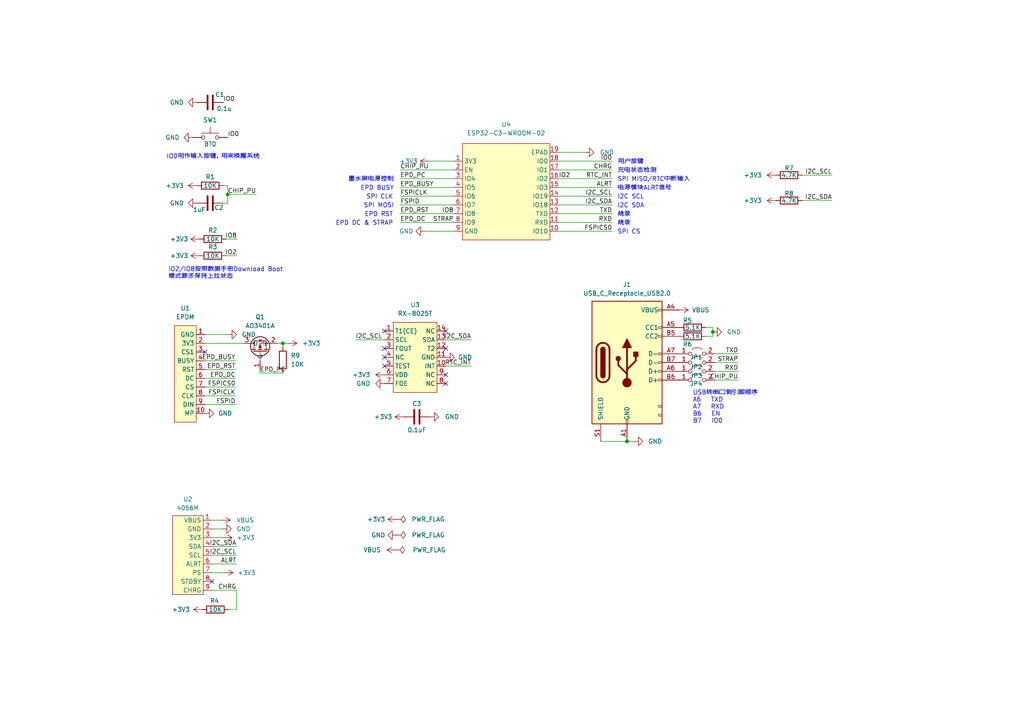
<source format=kicad_sch>
(kicad_sch (version 20211123) (generator eeschema)
  (paper "A4")
  (lib_symbols
    (symbol "Connector:USB_C_Receptacle_USB2.0" (pin_names (offset 1.016))
      (property "Reference" "J1" (at 0 22.606 0))
      (property "Value" "USB_C_Receptacle_USB2.0" (at 0 20.066 0))
      (symbol "USB_C_Receptacle_USB2.0_0_0"
        (rectangle (start -0.254 -17.78) (end 0.254 -16.764))
        (rectangle (start 10.16 -14.986) (end 9.144 -15.494))
        (rectangle (start 10.16 -12.446) (end 9.144 -12.954))
        (rectangle (start 10.16 -4.826) (end 9.144 -5.334))
        (rectangle (start 10.16 -2.286) (end 9.144 -2.794))
        (rectangle (start 10.16 0.254) (end 9.144 -0.254))
        (rectangle (start 10.16 2.794) (end 9.144 2.286))
        (rectangle (start 10.16 7.874) (end 9.144 7.366))
        (rectangle (start 10.16 10.414) (end 9.144 9.906))
        (rectangle (start 10.16 15.494) (end 9.144 14.986))
      )
      (symbol "USB_C_Receptacle_USB2.0_0_1"
        (rectangle (start -10.16 17.78) (end 10.16 -17.78) (stroke (width 0.254)) (fill (type background)))
        (arc (start -8.89 -3.81) (mid -6.985 -5.715) (end -5.08 -3.81) (stroke (width 0.508)))
        (arc (start -7.62 -3.81) (mid -6.985 -4.445) (end -6.35 -3.81) (stroke (width 0.254)))
        (arc (start -7.62 -3.81) (mid -6.985 -4.445) (end -6.35 -3.81) (stroke (width 0.254)) (fill (type outline)))
        (rectangle (start -7.62 -3.81) (end -6.35 3.81) (stroke (width 0.254)) (fill (type outline)))
        (arc (start -6.35 3.81) (mid -6.985 4.445) (end -7.62 3.81) (stroke (width 0.254)))
        (arc (start -6.35 3.81) (mid -6.985 4.445) (end -7.62 3.81) (stroke (width 0.254)) (fill (type outline)))
        (arc (start -5.08 3.81) (mid -6.985 5.715) (end -8.89 3.81) (stroke (width 0.508)))
        (circle (center -2.54 1.143) (radius 0.635) (stroke (width 0.254)) (fill (type outline)))
        (circle (center 0 -5.842) (radius 1.27) (fill (type outline)))
        (polyline (pts (xy -8.89 -3.81) (xy -8.89 3.81)) (stroke (width 0.508)))
        (polyline (pts (xy -5.08 3.81) (xy -5.08 -3.81)) (stroke (width 0.508)))
        (polyline (pts (xy 0 -5.842) (xy 0 4.318)) (stroke (width 0.508)))
        (polyline (pts (xy 0 -3.302) (xy -2.54 -0.762) (xy -2.54 0.508)) (stroke (width 0.508)))
        (polyline (pts (xy 0 -2.032) (xy 2.54 0.508) (xy 2.54 1.778)) (stroke (width 0.508)))
        (polyline (pts (xy -1.27 4.318) (xy 0 6.858) (xy 1.27 4.318) (xy -1.27 4.318)) (stroke (width 0.254)) (fill (type outline)))
        (rectangle (start 1.905 1.778) (end 3.175 3.048) (stroke (width 0.254)) (fill (type outline)))
      )
      (symbol "USB_C_Receptacle_USB2.0_1_1"
        (pin passive line (at 0 -22.86 90) (length 5.08) (name "GND") (number "A1"))
        (pin passive line (at 0 -22.86 90) (length 5.08) hide (name "GND") (number "A12"))
        (pin passive line (at 15.24 15.24 180) (length 5.08) (name "VBUS") (number "A4"))
        (pin bidirectional line (at 15.24 10.16 180) (length 5.08) (name "CC1") (number "A5"))
        (pin bidirectional line (at 15.24 -2.54 180) (length 5.08) (name "D+") (number "A6"))
        (pin bidirectional line (at 15.24 2.54 180) (length 5.08) (name "D-") (number "A7"))
        (pin passive line (at 15.24 15.24 180) (length 5.08) hide (name "VBUS") (number "A9"))
        (pin passive line (at 0 -22.86 90) (length 5.08) hide (name "GND") (number "B1"))
        (pin passive line (at 0 -22.86 90) (length 5.08) hide (name "GND") (number "B12"))
        (pin passive line (at 15.24 15.24 180) (length 5.08) hide (name "VBUS") (number "B4"))
        (pin bidirectional line (at 15.24 7.62 180) (length 5.08) (name "CC2") (number "B5"))
        (pin bidirectional line (at 15.24 -5.08 180) (length 5.08) (name "D+") (number "B6"))
        (pin bidirectional line (at 15.24 0 180) (length 5.08) (name "D-") (number "B7"))
        (pin passive line (at 15.24 15.24 180) (length 5.08) hide (name "VBUS") (number "B9"))
        (pin passive line (at -7.62 -22.86 90) (length 5.08) (name "SHIELD") (number "S1"))
      )
    )
    (symbol "Device:C" (pin_numbers hide) (pin_names (offset 0.254))
      (property "Reference" "C" (at 0.635 2.54 0))
      (property "Value" "C" (at 0.635 -2.54 0))
      (symbol "C_0_1"
        (polyline (pts (xy -2.032 -0.762) (xy 2.032 -0.762)) (stroke (width 0.508)))
        (polyline (pts (xy -2.032 0.762) (xy 2.032 0.762)) (stroke (width 0.508)))
      )
      (symbol "C_1_1"
        (pin passive line (at 0 3.81 270) (length 2.794) (name "~") (number "1"))
        (pin passive line (at 0 -3.81 90) (length 2.794) (name "~") (number "2"))
      )
    )
    (symbol "Device:R" (pin_numbers hide) (pin_names (offset 0))
      (property "Reference" "R" (at 2.032 0 90))
      (property "Value" "R" (at 0 0 90))
      (symbol "R_0_1"
        (rectangle (start -1.016 -2.54) (end 1.016 2.54) (stroke (width 0.254)))
      )
      (symbol "R_1_1"
        (pin passive line (at 0 3.81 270) (length 1.27) (name "~") (number "1"))
        (pin passive line (at 0 -3.81 90) (length 1.27) (name "~") (number "2"))
      )
    )
    (symbol "JAC:4056M"
      (property "Reference" "U" (at 2.54 -10.16 0))
      (property "Value" "4056M" (at 5.08 15.24 0))
      (property "Footprint" "JAC:4056M" (at 10.16 -10.16 0))
      (symbol "4056M_0_1"
        (rectangle (start 1.27 13.97) (end 10.16 -8.89) (fill (type background)))
      )
      (symbol "4056M_1_1"
        (pin free line (at -1.27 -7.62 0) (length 2.54) (name "VBUS") (number "1"))
        (pin free line (at -1.27 -5.08 0) (length 2.54) (name "GND") (number "2"))
        (pin free line (at -1.27 -2.54 0) (length 2.54) (name "3V3") (number "3"))
        (pin free line (at -1.27 0 0) (length 2.54) (name "SDA") (number "4"))
        (pin free line (at -1.27 2.54 0) (length 2.54) (name "SCL") (number "5"))
        (pin free line (at -1.27 5.08 0) (length 2.54) (name "ALRT") (number "6"))
        (pin free line (at -1.27 7.62 0) (length 2.54) (name "PS") (number "7"))
        (pin free line (at -1.27 10.16 0) (length 2.54) (name "STDBY") (number "8"))
        (pin free line (at -1.27 12.7 0) (length 2.54) (name "CHRG") (number "9"))
      )
    )
    (symbol "JAC:EPDM"
      (property "Reference" "U" (at 3.81 -15.24 0))
      (property "Value" "EPDM" (at 5.08 15.24 0))
      (symbol "EPDM_0_1"
        (rectangle (start 2.54 13.97) (end 8.89 -13.97) (fill (type background)))
      )
      (symbol "EPDM_1_1"
        (pin free line (at 0 -11.43 0) (length 2.54) (name "GND") (number "1"))
        (pin free line (at 0 11.43 0) (length 2.54) (name "MP") (number "10"))
        (pin free line (at 0 -8.89 0) (length 2.54) (name "3V3") (number "2"))
        (pin free line (at 0 -6.35 0) (length 2.54) (name "CS1") (number "3"))
        (pin free line (at 0 -3.81 0) (length 2.54) (name "BUSY") (number "4"))
        (pin free line (at 0 -1.27 0) (length 2.54) (name "RST") (number "5"))
        (pin free line (at 0 1.27 0) (length 2.54) (name "DC") (number "6"))
        (pin free line (at 0 3.81 0) (length 2.54) (name "CS") (number "7"))
        (pin free line (at 0 6.35 0) (length 2.54) (name "CLK") (number "8"))
        (pin free line (at 0 8.89 0) (length 2.54) (name "DIN") (number "9"))
      )
    )
    (symbol "JAC:ESP32-C3-WROOM-02"
      (property "Reference" "U" (at -11.43 -29.21 0))
      (property "Value" "ESP32-C3-WROOM-02" (at 0 1.27 0))
      (symbol "ESP32-C3-WROOM-02_0_1"
        (rectangle (start -12.7 0) (end 12.7 -27.94) (fill (type background)))
      )
      (symbol "ESP32-C3-WROOM-02_1_1"
        (pin free line (at -15.24 -5.08 0) (length 2.54) (name "3V3") (number "1"))
        (pin free line (at 15.24 -25.4 180) (length 2.54) (name "IO10") (number "10"))
        (pin free line (at 15.24 -22.86 180) (length 2.54) (name "RXD") (number "11"))
        (pin free line (at 15.24 -20.32 180) (length 2.54) (name "TXD") (number "12"))
        (pin free line (at 15.24 -17.78 180) (length 2.54) (name "IO18") (number "13"))
        (pin free line (at 15.24 -15.24 180) (length 2.54) (name "IO19") (number "14"))
        (pin free line (at 15.24 -12.7 180) (length 2.54) (name "IO3") (number "15"))
        (pin free line (at 15.24 -10.16 180) (length 2.54) (name "IO2") (number "16"))
        (pin free line (at 15.24 -7.62 180) (length 2.54) (name "IO1") (number "17"))
        (pin free line (at 15.24 -5.08 180) (length 2.54) (name "IO0") (number "18"))
        (pin free line (at 15.24 -2.54 180) (length 2.54) (name "EPAD") (number "19"))
        (pin free line (at -15.24 -7.62 0) (length 2.54) (name "EN") (number "2"))
        (pin free line (at -15.24 -10.16 0) (length 2.54) (name "IO4") (number "3"))
        (pin free line (at -15.24 -12.7 0) (length 2.54) (name "IO5") (number "4"))
        (pin free line (at -15.24 -15.24 0) (length 2.54) (name "IO6") (number "5"))
        (pin free line (at -15.24 -17.78 0) (length 2.54) (name "IO7") (number "6"))
        (pin free line (at -15.24 -20.32 0) (length 2.54) (name "IO8") (number "7"))
        (pin free line (at -15.24 -22.86 0) (length 2.54) (name "IO9") (number "8"))
        (pin free line (at -15.24 -25.4 0) (length 2.54) (name "GND") (number "9"))
      )
    )
    (symbol "JAC:RX-8025T"
      (property "Reference" "U" (at -5.08 -11.43 0))
      (property "Value" "RX-8025T" (at -1.27 11.43 0))
      (symbol "RX-8025T_0_1"
        (rectangle (start -6.35 10.16) (end 6.35 -10.16) (fill (type background)))
      )
      (symbol "RX-8025T_1_1"
        (pin free line (at -8.89 7.62 0) (length 2.54) (name "T1(CE)") (number "1"))
        (pin free line (at 8.89 -2.54 180) (length 2.54) (name "INT") (number "10"))
        (pin free line (at 8.89 0 180) (length 2.54) (name "GND") (number "11"))
        (pin free line (at 8.89 2.54 180) (length 2.54) (name "T2") (number "12"))
        (pin free line (at 8.89 5.08 180) (length 2.54) (name "SDA") (number "13"))
        (pin free line (at 8.89 7.62 180) (length 2.54) (name "NC") (number "14"))
        (pin free line (at -8.89 5.08 0) (length 2.54) (name "SCL") (number "2"))
        (pin free line (at -8.89 2.54 0) (length 2.54) (name "FOUT") (number "3"))
        (pin free line (at -8.89 0 0) (length 2.54) (name "NC") (number "4"))
        (pin free line (at -8.89 -2.54 0) (length 2.54) (name "TEST") (number "5"))
        (pin free line (at -8.89 -5.08 0) (length 2.54) (name "VDD") (number "6"))
        (pin free line (at -8.89 -7.62 0) (length 2.54) (name "FOE") (number "7"))
        (pin free line (at 8.89 -7.62 180) (length 2.54) (name "NC") (number "8"))
        (pin free line (at 8.89 -5.08 180) (length 2.54) (name "NC") (number "9"))
      )
    )
    (symbol "Jumper:Jumper_2_Open" (pin_names (offset 0) hide)
      (property "Reference" "JP" (at 0 2.794 0))
      (property "Value" "Jumper_2_Open" (at 0 -2.286 0))
      (symbol "Jumper_2_Open_0_0"
        (circle (center -2.032 0) (radius 0.508))
        (circle (center 2.032 0) (radius 0.508))
      )
      (symbol "Jumper_2_Open_0_1"
        (arc (start 1.524 1.27) (mid 0 1.778) (end -1.524 1.27))
      )
      (symbol "Jumper_2_Open_1_1"
        (pin passive line (at -5.08 0 0) (length 2.54) (name "A") (number "1"))
        (pin passive line (at 5.08 0 180) (length 2.54) (name "B") (number "2"))
      )
    )
    (symbol "Switch:SW_Push" (pin_numbers hide) (pin_names (offset 1.016) hide)
      (property "Reference" "SW" (at 1.27 2.54 0))
      (property "Value" "SW_Push" (at 0 -1.524 0))
      (symbol "SW_Push_0_1"
        (circle (center -2.032 0) (radius 0.508))
        (polyline (pts (xy 0 1.27) (xy 0 3.048)))
        (polyline (pts (xy 2.54 1.27) (xy -2.54 1.27)))
        (circle (center 2.032 0) (radius 0.508))
        (pin passive line (at -5.08 0 0) (length 2.54) (name "1") (number "1"))
        (pin passive line (at 5.08 0 180) (length 2.54) (name "2") (number "2"))
      )
    )
    (symbol "Transistor_FET:AO3401A"
      (property "Reference" "Q" (at 5.08 1.905 0))
      (property "Value" "AO3401A" (at 5.08 0 0))
      (symbol "AO3401A_0_1"
        (polyline (pts (xy 0.254 0) (xy -2.54 0)))
        (polyline (pts (xy 0.254 1.905) (xy 0.254 -1.905)) (stroke (width 0.254)))
        (polyline (pts (xy 0.762 -1.27) (xy 0.762 -2.286)) (stroke (width 0.254)))
        (polyline (pts (xy 0.762 0.508) (xy 0.762 -0.508)) (stroke (width 0.254)))
        (polyline (pts (xy 0.762 2.286) (xy 0.762 1.27)) (stroke (width 0.254)))
        (polyline (pts (xy 2.54 2.54) (xy 2.54 1.778)))
        (polyline (pts (xy 2.54 -2.54) (xy 2.54 0) (xy 0.762 0)))
        (polyline (pts (xy 0.762 1.778) (xy 3.302 1.778) (xy 3.302 -1.778) (xy 0.762 -1.778)))
        (polyline (pts (xy 2.286 0) (xy 1.27 0.381) (xy 1.27 -0.381) (xy 2.286 0)) (fill (type outline)))
        (polyline (pts (xy 2.794 -0.508) (xy 2.921 -0.381) (xy 3.683 -0.381) (xy 3.81 -0.254)))
        (polyline (pts (xy 3.302 -0.381) (xy 2.921 0.254) (xy 3.683 0.254) (xy 3.302 -0.381)))
        (circle (center 1.651 0) (radius 2.794) (stroke (width 0.254)))
        (circle (center 2.54 -1.778) (radius 0.254) (fill (type outline)))
        (circle (center 2.54 1.778) (radius 0.254) (fill (type outline)))
      )
      (symbol "AO3401A_1_1"
        (pin input line (at -5.08 0 0) (length 2.54) (name "G") (number "1"))
        (pin passive line (at 2.54 -5.08 90) (length 2.54) (name "S") (number "2"))
        (pin passive line (at 2.54 5.08 270) (length 2.54) (name "D") (number "3"))
      )
    )
    (symbol "power:+3V3" (power) (pin_names (offset 0))
      (property "Value" "+3V3" (at 0 3.556 0))
      (symbol "+3V3_0_1"
        (polyline (pts (xy -0.762 1.27) (xy 0 2.54)))
        (polyline (pts (xy 0 0) (xy 0 2.54)))
        (polyline (pts (xy 0 2.54) (xy 0.762 1.27)))
      )
      (symbol "+3V3_1_1"
        (pin power_in line (at 0 0 90) (length 0) hide (name "+3V3") (number "1"))
      )
    )
    (symbol "power:GND" (power) (pin_names (offset 0))
      (property "Value" "GND" (at 0 -3.81 0))
      (symbol "GND_0_1"
        (polyline (pts (xy 0 0) (xy 0 -1.27) (xy 1.27 -1.27) (xy 0 -2.54) (xy -1.27 -1.27) (xy 0 -1.27)))
      )
      (symbol "GND_1_1"
        (pin power_in line (at 0 0 270) (length 0) hide (name "GND") (number "1"))
      )
    )
    (symbol "power:PWR_FLAG" (power) (pin_numbers hide) (pin_names (offset 0) hide)
      (property "Value" "PWR_FLAG" (at 0 3.81 0))
      (symbol "PWR_FLAG_0_0"
        (pin power_out line (at 0 0 90) (length 0) (name "pwr") (number "1"))
      )
      (symbol "PWR_FLAG_0_1"
        (polyline (pts (xy 0 0) (xy 0 1.27) (xy -1.016 1.905) (xy 0 2.54) (xy 1.016 1.905) (xy 0 1.27)))
      )
    )
    (symbol "power:VBUS" (power) (pin_names (offset 0))
      (property "Value" "VBUS" (at 0 3.81 0))
      (symbol "VBUS_0_1"
        (polyline (pts (xy -0.762 1.27) (xy 0 2.54)))
        (polyline (pts (xy 0 0) (xy 0 2.54)))
        (polyline (pts (xy 0 2.54) (xy 0.762 1.27)))
      )
      (symbol "VBUS_1_1"
        (pin power_in line (at 0 0 90) (length 0) hide (name "VBUS") (number "1"))
      )
    )
  )
  (junction (at 181.864 128.016))
  (junction (at 206.756 96.266))
  (junction (at 66.04 56.388))
  (junction (at 82.042 99.568))
  (no_connect (at 61.468 168.656))
  (no_connect (at 111.506 96.012))
  (no_connect (at 129.286 101.092))
  (no_connect (at 111.506 103.632))
  (no_connect (at 111.506 101.092))
  (no_connect (at 129.286 108.712))
  (no_connect (at 111.506 106.172))
  (no_connect (at 129.286 111.252))
  (no_connect (at 59.436 102.108))
  (no_connect (at 129.286 96.012))
  (wire (pts (xy 204.724 94.996) (xy 206.756 94.996)))
  (wire (pts (xy 241.3 50.8) (xy 232.664 50.8)))
  (wire (pts (xy 207.264 105.156) (xy 214.122 105.156)))
  (wire (pts (xy 65.532 69.342) (xy 68.707 69.342)))
  (wire (pts (xy 66.04 56.388) (xy 74.295 56.388)))
  (wire (pts (xy 162.052 64.516) (xy 177.546 64.516)))
  (wire (pts (xy 82.042 99.568) (xy 80.518 99.568)))
  (wire (pts (xy 59.436 117.348) (xy 68.326 117.348)))
  (wire (pts (xy 61.468 150.876) (xy 64.262 150.876)))
  (wire (pts (xy 116.078 54.356) (xy 131.572 54.356)))
  (wire (pts (xy 82.042 108.204) (xy 75.438 108.204)))
  (wire (pts (xy 207.264 107.696) (xy 214.122 107.696)))
  (wire (pts (xy 59.436 97.028) (xy 66.04 97.028)))
  (wire (pts (xy 59.436 107.188) (xy 68.326 107.188)))
  (wire (pts (xy 162.052 49.276) (xy 177.546 49.276)))
  (wire (pts (xy 61.468 166.116) (xy 65.024 166.116)))
  (wire (pts (xy 207.264 102.616) (xy 214.122 102.616)))
  (wire (pts (xy 162.052 61.976) (xy 177.546 61.976)))
  (wire (pts (xy 66.04 58.928) (xy 64.77 58.928)))
  (wire (pts (xy 207.264 110.236) (xy 214.122 110.236)))
  (wire (pts (xy 123.19 67.056) (xy 131.572 67.056)))
  (wire (pts (xy 162.052 54.356) (xy 177.546 54.356)))
  (wire (pts (xy 181.864 128.016) (xy 183.896 128.016)))
  (wire (pts (xy 66.294 176.784) (xy 68.58 176.784)))
  (wire (pts (xy 66.04 53.848) (xy 66.04 56.388)))
  (wire (pts (xy 61.468 153.416) (xy 64.516 153.416)))
  (wire (pts (xy 124.46 46.736) (xy 131.572 46.736)))
  (wire (pts (xy 65.532 74.168) (xy 68.707 74.168)))
  (wire (pts (xy 59.436 112.268) (xy 68.326 112.268)))
  (wire (pts (xy 174.244 128.016) (xy 181.864 128.016)))
  (wire (pts (xy 83.566 99.568) (xy 82.042 99.568)))
  (wire (pts (xy 75.438 108.204) (xy 75.438 107.188)))
  (wire (pts (xy 204.724 97.536) (xy 206.756 97.536)))
  (wire (pts (xy 68.58 176.784) (xy 68.58 171.196)))
  (wire (pts (xy 59.436 109.728) (xy 68.326 109.728)))
  (wire (pts (xy 206.756 97.536) (xy 206.756 96.266)))
  (wire (pts (xy 169.672 44.196) (xy 162.052 44.196)))
  (wire (pts (xy 162.052 51.816) (xy 177.546 51.816)))
  (wire (pts (xy 131.572 51.816) (xy 116.078 51.816)))
  (wire (pts (xy 116.078 61.976) (xy 131.572 61.976)))
  (wire (pts (xy 59.436 99.568) (xy 70.358 99.568)))
  (wire (pts (xy 66.04 56.388) (xy 66.04 58.928)))
  (wire (pts (xy 206.756 94.996) (xy 206.756 96.266)))
  (wire (pts (xy 116.078 56.896) (xy 131.572 56.896)))
  (wire (pts (xy 61.468 163.576) (xy 68.58 163.576)))
  (wire (pts (xy 61.468 158.496) (xy 68.58 158.496)))
  (wire (pts (xy 116.078 59.436) (xy 131.572 59.436)))
  (wire (pts (xy 162.052 56.896) (xy 177.546 56.896)))
  (wire (pts (xy 177.546 67.056) (xy 162.052 67.056)))
  (wire (pts (xy 131.572 64.516) (xy 116.078 64.516)))
  (wire (pts (xy 61.468 171.196) (xy 68.58 171.196)))
  (wire (pts (xy 232.664 58.166) (xy 241.3 58.166)))
  (wire (pts (xy 59.436 114.808) (xy 68.326 114.808)))
  (wire (pts (xy 61.468 161.036) (xy 68.58 161.036)))
  (wire (pts (xy 59.436 104.648) (xy 68.326 104.648)))
  (wire (pts (xy 129.286 106.172) (xy 136.652 106.172)))
  (wire (pts (xy 116.078 49.276) (xy 131.572 49.276)))
  (wire (pts (xy 129.286 98.552) (xy 136.652 98.552)))
  (wire (pts (xy 162.052 46.736) (xy 177.546 46.736)))
  (wire (pts (xy 61.468 155.956) (xy 64.77 155.956)))
  (wire (pts (xy 103.124 98.552) (xy 111.506 98.552)))
  (wire (pts (xy 162.052 59.436) (xy 177.546 59.436)))
  (wire (pts (xy 64.77 53.848) (xy 66.04 53.848)))
  (wire (pts (xy 82.042 99.568) (xy 82.042 100.584)))
  (text "墨水屏电源控制" (at 114.3 52.832 180) (effects (font (size 1.27 1.27)) (justify right bottom)))
  (text "IO2/IO8按照数据手册Download Boot\n模式要求保持上拉状态" (at 48.768 81.026 0) (effects (font (size 1.27 1.27)) (justify left bottom)))
  (text "SPI CLK" (at 114.046 57.912 180) (effects (font (size 1.27 1.27)) (justify right bottom)))
  (text "SPI MISO/RTC中断输入" (at 179.07 52.832 0) (effects (font (size 1.27 1.27)) (justify left bottom)))
  (text "EPD BUSY" (at 114.3 55.372 180) (effects (font (size 1.27 1.27)) (justify right bottom)))
  (text "SPI CS" (at 179.07 68.072 0) (effects (font (size 1.27 1.27)) (justify left bottom)))
  (text "USB转串口侧引脚顺序\nA6   TXD\nA7   RXD\nB6   EN\nB7   IO0" (at 200.914 122.936 0) (effects (font (size 1.27 1.27)) (justify left bottom)))
  (text "电源模块ALRT信号" (at 179.07 55.372 0) (effects (font (size 1.27 1.27)) (justify left bottom)))
  (text "烧录" (at 179.07 65.532 0) (effects (font (size 1.27 1.27)) (justify left bottom)))
  (text "EPD RST" (at 114.046 62.992 180) (effects (font (size 1.27 1.27)) (justify right bottom)))
  (text "EPD DC & STRAP" (at 114.046 65.532 180) (effects (font (size 1.27 1.27)) (justify right bottom)))
  (text "充电状态检测" (at 179.07 50.292 0) (effects (font (size 1.27 1.27)) (justify left bottom)))
  (text "IO0用作输入按键，用来唤醒系统" (at 48.26 46.228 0) (effects (font (size 1.27 1.27)) (justify left bottom)))
  (text "I2C SCL" (at 179.07 57.912 0) (effects (font (size 1.27 1.27)) (justify left bottom)))
  (text "SPI MOSI" (at 114.3 60.452 180) (effects (font (size 1.27 1.27)) (justify right bottom)))
  (text "I2C SDA" (at 179.07 60.452 0) (effects (font (size 1.27 1.27)) (justify left bottom)))
  (text "用户按键" (at 179.07 47.752 0) (effects (font (size 1.27 1.27)) (justify left bottom)))
  (text "烧录" (at 179.07 62.992 0) (effects (font (size 1.27 1.27)) (justify left bottom)))
  (label "FSPICLK" (at 116.078 56.896 0))
  (label "IO2" (at 162.052 51.816 0))
  (label "CHIP_PU" (at 116.078 49.276 0))
  (label "EPD_BUSY" (at 116.078 54.356 0))
  (label "STRAP" (at 131.572 64.516 180))
  (label "FSPID" (at 68.326 117.348 180))
  (label "EPD_PC" (at 75.438 108.204 0))
  (label "FSPICLK" (at 68.326 114.808 180))
  (label "I2C_SDA" (at 241.3 58.166 180))
  (label "IO0" (at 177.546 46.736 180))
  (label "EPD_DC" (at 116.078 64.516 0))
  (label "I2C_SCL" (at 241.3 50.8 180))
  (label "FSPID" (at 116.078 59.436 0))
  (label "FSPICS0" (at 177.546 67.056 180))
  (label "IO8" (at 131.572 61.976 180))
  (label "IO8" (at 68.707 69.342 180))
  (label "I2C_SCL" (at 68.58 161.036 180))
  (label "I2C_SCL" (at 177.546 56.896 180))
  (label "EPD_RST" (at 116.078 61.976 0))
  (label "IO2" (at 68.707 74.168 180))
  (label "ALRT" (at 68.58 163.576 180))
  (label "STRAP" (at 214.122 105.156 180))
  (label "EPD_DC" (at 68.326 109.728 180))
  (label "RTC_INT" (at 136.652 106.172 180))
  (label "I2C_SDA" (at 68.58 158.496 180))
  (label "I2C_SDA" (at 136.652 98.552 180))
  (label "EPD_PC" (at 116.078 51.816 0))
  (label "IO0" (at 64.77 29.718 0))
  (label "I2C_SCL" (at 103.124 98.552 0))
  (label "RXD" (at 214.122 107.696 180))
  (label "CHRG" (at 68.58 171.196 180))
  (label "ALRT" (at 177.546 54.356 180))
  (label "EPD_BUSY" (at 68.326 104.648 180))
  (label "CHRG" (at 177.546 49.276 180))
  (label "FSPICS0" (at 68.326 112.268 180))
  (label "EPD_RST" (at 68.326 107.188 180))
  (label "TXD" (at 214.122 102.616 180))
  (label "TXD" (at 177.546 61.976 180))
  (label "CHIP_PU" (at 214.122 110.236 180))
  (label "CHIP_PU" (at 74.295 56.388 180))
  (label "I2C_SDA" (at 177.546 59.436 180))
  (label "IO0" (at 66.04 39.878 0))
  (label "RXD" (at 177.546 64.516 180))
  (label "RTC_INT" (at 177.546 51.816 180))
  (symbol (lib_id "power:+3V3") (at 65.024 166.116 270) (unit 1)
    (property "Reference" "#PWR014" (effects hide))
    (property "Value" "+3V3" (at 68.834 166.1159 90) (effects (justify left)))
  )
  (symbol (lib_id "Device:R") (at 62.484 176.784 90) (unit 1)
    (property "Reference" "R4" (at 62.23 174.244 90))
    (property "Value" "10K" (at 62.484 176.784 90))
    (property "Footprint" "Resistor_SMD:R_0603_1608Metric" (effects hide))
  )
  (symbol (lib_id "Device:R") (at 60.96 53.848 90) (unit 1)
    (property "Reference" "R1" (at 60.96 51.308 90))
    (property "Value" "10K" (at 60.96 53.848 90))
    (property "Footprint" "Resistor_SMD:R_0603_1608Metric" (effects hide))
  )
  (symbol (lib_id "power:GND") (at 206.756 96.266 90) (unit 1)
    (property "Reference" "#PWR028" (effects hide))
    (property "Value" "GND" (at 210.82 96.2659 90) (effects (justify right)))
  )
  (symbol (lib_id "power:+3V3") (at 111.506 108.712 90) (unit 1)
    (property "Reference" "#PWR015" (effects hide))
    (property "Value" "+3V3" (at 107.442 108.7119 90) (effects (justify left)))
  )
  (symbol (lib_id "Device:R") (at 61.722 69.342 90) (unit 1)
    (property "Reference" "R2" (at 61.722 66.802 90))
    (property "Value" "10K" (at 61.722 69.342 90))
    (property "Footprint" "Resistor_SMD:R_0603_1608Metric" (effects hide))
  )
  (symbol (lib_id "power:GND") (at 64.516 153.416 90) (unit 1)
    (property "Reference" "#PWR012" (effects hide))
    (property "Value" "GND" (at 68.58 153.4159 90) (effects (justify right)))
  )
  (symbol (lib_id "Device:R") (at 61.722 74.168 270) (unit 1)
    (property "Reference" "R3" (at 61.722 71.628 90))
    (property "Value" "10K" (at 61.722 74.168 90))
    (property "Footprint" "Resistor_SMD:R_0603_1608Metric" (effects hide))
  )
  (symbol (lib_id "Device:R") (at 82.042 104.394 0) (unit 1)
    (property "Reference" "R9" (at 84.328 103.1239 0) (effects (justify left)))
    (property "Value" "10K" (at 84.328 105.6639 0) (effects (justify left)))
    (property "Footprint" "Resistor_SMD:R_0603_1608Metric" (effects hide))
  )
  (symbol (lib_id "Jumper:Jumper_2_Open") (at 202.184 107.696 0) (unit 1)
    (property "Reference" "JP3" (at 201.93 108.966 0))
    (property "Value" "Jumper_2_Open" (effects hide))
    (property "Footprint" "Resistor_SMD:R_0402_1005Metric" (effects hide))
  )
  (symbol (lib_id "power:GND") (at 183.896 128.016 90) (unit 1)
    (property "Reference" "#PWR026" (effects hide))
    (property "Value" "GND" (at 187.96 128.0159 90) (effects (justify right)))
  )
  (symbol (lib_id "power:+3V3") (at 225.044 50.8 90) (unit 1)
    (property "Reference" "#PWR029" (effects hide))
    (property "Value" "+3V3" (at 220.98 50.7999 90) (effects (justify left)))
  )
  (symbol (lib_id "Jumper:Jumper_2_Open") (at 202.184 105.156 0) (unit 1)
    (property "Reference" "JP2" (at 201.93 106.426 0))
    (property "Value" "Jumper_2_Open" (effects hide))
    (property "Footprint" "Resistor_SMD:R_0402_1005Metric" (effects hide))
  )
  (symbol (lib_id "Device:R") (at 228.854 50.8 90) (unit 1)
    (property "Reference" "R7" (at 228.854 48.768 90))
    (property "Value" "4.7K" (at 228.854 50.8 90))
    (property "Footprint" "Resistor_SMD:R_0603_1608Metric" (effects hide))
  )
  (symbol (lib_id "Device:C") (at 60.96 29.718 90) (unit 1)
    (property "Reference" "C1" (at 63.754 27.432 90))
    (property "Value" "0.1u" (at 65.024 31.496 90))
    (property "Footprint" "Capacitor_SMD:C_0603_1608Metric" (effects hide))
  )
  (symbol (lib_id "power:+3V3") (at 83.566 99.568 270) (unit 1)
    (property "Reference" "#PWR09" (effects hide))
    (property "Value" "+3V3" (at 87.63 99.5679 90) (effects (justify left)))
  )
  (symbol (lib_id "power:GND") (at 111.506 111.252 270) (unit 1)
    (property "Reference" "#PWR016" (effects hide))
    (property "Value" "GND" (at 107.442 111.2519 90) (effects (justify right)))
  )
  (symbol (lib_id "power:+3V3") (at 57.15 53.848 90) (unit 1)
    (property "Reference" "#PWR03" (effects hide))
    (property "Value" "+3V3" (at 53.34 53.8479 90) (effects (justify left)))
  )
  (symbol (lib_id "power:GND") (at 129.286 103.632 90) (unit 1)
    (property "Reference" "#PWR024" (effects hide))
    (property "Value" "GND" (at 132.842 103.6319 90) (effects (justify right)))
  )
  (symbol (lib_id "power:VBUS") (at 64.262 150.876 270) (unit 1)
    (property "Reference" "#PWR011" (effects hide))
    (property "Value" "VBUS" (at 68.58 150.8759 90) (effects (justify left)))
  )
  (symbol (lib_id "power:GND") (at 123.19 67.056 270) (unit 1)
    (property "Reference" "#PWR021" (effects hide))
    (property "Value" "GND" (at 119.888 67.0559 90) (effects (justify right)))
  )
  (symbol (lib_id "power:+3V3") (at 124.46 46.736 90) (unit 1)
    (property "Reference" "#PWR022" (effects hide))
    (property "Value" "+3V3" (at 121.158 46.7359 90) (effects (justify left)))
  )
  (symbol (lib_id "power:GND") (at 57.15 29.718 270) (unit 1)
    (property "Reference" "#PWR02" (effects hide))
    (property "Value" "GND" (at 53.34 29.7179 90) (effects (justify right)))
  )
  (symbol (lib_id "Connector:USB_C_Receptacle_USB2.0") (at 181.864 105.156 0) (unit 1)
    (property "Reference" "J1" (at 181.864 82.55 0))
    (property "Value" "USB_C_Receptacle_USB2.0" (at 181.864 85.09 0))
    (property "Footprint" "Joke:TYPE-C-VERT" (effects hide))
    (property "Datasheet" "https://www.usb.org/sites/default/files/documents/usb_type-c.zip" (effects hide))
  )
  (symbol (lib_id "Jumper:Jumper_2_Open") (at 202.184 102.616 0) (unit 1)
    (property "Reference" "JP1" (at 201.93 103.632 0))
    (property "Value" "Jumper_2_Open" (effects hide))
    (property "Footprint" "Resistor_SMD:R_0402_1005Metric" (effects hide))
  )
  (symbol (lib_id "power:+3V3") (at 225.044 58.166 90) (unit 1)
    (property "Reference" "#PWR030" (effects hide))
    (property "Value" "+3V3" (at 220.98 58.1659 90) (effects (justify left)))
  )
  (symbol (lib_id "power:GND") (at 115.062 155.194 270) (unit 1)
    (property "Reference" "#PWR019" (effects hide))
    (property "Value" "GND" (at 111.76 155.1939 90) (effects (justify right)))
  )
  (symbol (lib_id "power:VBUS") (at 197.104 89.916 270) (unit 1)
    (property "Reference" "#PWR027" (effects hide))
    (property "Value" "VBUS" (at 200.66 89.9159 90) (effects (justify left)))
  )
  (symbol (lib_id "JAC:4056M") (at 60.198 158.496 180) (unit 1)
    (property "Reference" "U2" (at 54.483 144.78 0))
    (property "Value" "4056M" (at 54.483 147.32 0))
    (property "Footprint" "JAC:4056M" (effects hide))
  )
  (symbol (lib_id "power:PWR_FLAG") (at 114.808 159.512 270) (unit 1)
    (property "Reference" "#FLG01" (effects hide))
    (property "Value" "PWR_FLAG" (at 119.634 159.512 90) (effects (justify left)))
  )
  (symbol (lib_id "power:+3V3") (at 57.912 74.168 90) (unit 1)
    (property "Reference" "#PWR06" (effects hide))
    (property "Value" "+3V3" (at 54.61 74.1679 90) (effects (justify left)))
  )
  (symbol (lib_id "power:+3V3") (at 57.912 69.342 90) (unit 1)
    (property "Reference" "#PWR05" (effects hide))
    (property "Value" "+3V3" (at 54.61 69.3419 90) (effects (justify left)))
  )
  (symbol (lib_id "power:GND") (at 59.436 119.888 90) (unit 1)
    (property "Reference" "#PWR010" (effects hide))
    (property "Value" "GND" (at 63.246 119.8879 90) (effects (justify right)))
  )
  (symbol (lib_id "power:+3V3") (at 64.77 155.956 270) (unit 1)
    (property "Reference" "#PWR013" (effects hide))
    (property "Value" "+3V3" (at 68.58 155.9559 90) (effects (justify left)))
  )
  (symbol (lib_id "power:GND") (at 66.04 97.028 90) (unit 1)
    (property "Reference" "#PWR08" (effects hide))
    (property "Value" "GND" (at 70.104 97.0279 90) (effects (justify right)))
  )
  (symbol (lib_id "power:GND") (at 55.88 39.878 270) (unit 1)
    (property "Reference" "#PWR01" (effects hide))
    (property "Value" "GND" (at 52.07 39.8779 90) (effects (justify right)))
  )
  (symbol (lib_id "power:+3V3") (at 117.094 120.904 90) (unit 1)
    (property "Reference" "#PWR020" (effects hide))
    (property "Value" "+3V3" (at 113.792 120.9039 90) (effects (justify left)))
  )
  (symbol (lib_id "Device:R") (at 200.914 97.536 90) (unit 1)
    (property "Reference" "R6" (at 199.39 99.822 90))
    (property "Value" "5.1K" (at 200.914 97.536 90))
    (property "Footprint" "Resistor_SMD:R_0603_1608Metric" (effects hide))
  )
  (symbol (lib_id "Device:C") (at 120.904 120.904 90) (unit 1)
    (property "Reference" "C3" (at 120.904 117.094 90))
    (property "Value" "0.1uF" (at 120.904 124.714 90))
    (property "Footprint" "Capacitor_SMD:C_0603_1608Metric" (effects hide))
  )
  (symbol (lib_id "power:PWR_FLAG") (at 115.062 155.194 270) (unit 1)
    (property "Reference" "#FLG03" (effects hide))
    (property "Value" "PWR_FLAG" (at 119.38 155.1939 90) (effects (justify left)))
  )
  (symbol (lib_id "Device:C") (at 60.96 58.928 90) (unit 1)
    (property "Reference" "C2" (at 63.5 60.198 90))
    (property "Value" "1uF" (at 57.785 60.833 90))
    (property "Footprint" "Capacitor_SMD:C_0603_1608Metric" (effects hide))
  )
  (symbol (lib_id "Transistor_FET:AO3401A") (at 75.438 102.108 90) (unit 1)
    (property "Reference" "Q1" (at 75.438 91.948 90))
    (property "Value" "AO3401A" (at 75.438 94.488 90))
    (property "Footprint" "Package_TO_SOT_SMD:SOT-23" (effects hide))
    (property "Datasheet" "http://www.aosmd.com/pdfs/datasheet/AO3401A.pdf" (effects hide))
  )
  (symbol (lib_id "JAC:RX-8025T") (at 120.396 103.632 0) (unit 1)
    (property "Reference" "U3" (at 120.396 88.392 0))
    (property "Value" "RX-8025T" (at 120.396 90.932 0))
    (property "Footprint" "Package_SO:SO-14_5.3x10.2mm_P1.27mm" (effects hide))
  )
  (symbol (lib_id "power:GND") (at 124.714 120.904 90) (unit 1)
    (property "Reference" "#PWR023" (effects hide))
    (property "Value" "GND" (at 129.032 120.9039 90) (effects (justify right)))
  )
  (symbol (lib_id "power:VBUS") (at 114.808 159.512 90) (unit 1)
    (property "Reference" "#PWR017" (effects hide))
    (property "Value" "VBUS" (at 110.49 159.5119 90) (effects (justify left)))
  )
  (symbol (lib_id "power:GND") (at 169.672 44.196 90) (unit 1)
    (property "Reference" "#PWR025" (effects hide))
    (property "Value" "GND" (at 173.99 44.1959 90) (effects (justify right)))
  )
  (symbol (lib_id "power:GND") (at 57.15 58.928 270) (unit 1)
    (property "Reference" "#PWR04" (effects hide))
    (property "Value" "GND" (at 53.34 58.9279 90) (effects (justify right)))
  )
  (symbol (lib_id "JAC:ESP32-C3-WROOM-02") (at 146.812 41.656 0) (unit 1)
    (property "Reference" "U4" (at 146.812 36.068 0))
    (property "Value" "ESP32-C3-WROOM-02" (at 146.812 38.608 0))
    (property "Footprint" "JAC:ESP32-C3-WROOM-02" (effects hide))
  )
  (symbol (lib_id "Switch:SW_Push") (at 60.96 39.878 0) (unit 1)
    (property "Reference" "SW1" (at 60.96 34.798 0))
    (property "Value" "BT0" (at 60.96 41.783 0))
    (property "Footprint" "Button_Switch_SMD:SW_Push_SPST_NO_Alps_SKRK" (effects hide))
  )
  (symbol (lib_id "power:+3V3") (at 58.674 176.784 90) (unit 1)
    (property "Reference" "#PWR07" (effects hide))
    (property "Value" "+3V3" (at 55.118 176.7839 90) (effects (justify left)))
  )
  (symbol (lib_id "JAC:EPDM") (at 59.436 108.458 180) (unit 1)
    (property "Reference" "U1" (at 53.721 89.408 0))
    (property "Value" "EPDM" (at 53.721 91.948 0))
    (property "Footprint" "JAC:EPDM" (effects hide))
  )
  (symbol (lib_id "Device:R") (at 228.854 58.166 90) (unit 1)
    (property "Reference" "R8" (at 228.854 56.134 90))
    (property "Value" "4.7K" (at 228.854 58.166 90))
    (property "Footprint" "Resistor_SMD:R_0603_1608Metric" (effects hide))
  )
  (symbol (lib_id "power:PWR_FLAG") (at 115.062 150.622 270) (unit 1)
    (property "Reference" "#FLG02" (effects hide))
    (property "Value" "PWR_FLAG" (at 119.38 150.6219 90) (effects (justify left)))
  )
  (symbol (lib_id "Device:R") (at 200.914 94.996 90) (unit 1)
    (property "Reference" "R5" (at 199.39 92.964 90))
    (property "Value" "5.1K" (at 200.914 94.996 90))
    (property "Footprint" "Resistor_SMD:R_0603_1608Metric" (effects hide))
  )
  (symbol (lib_id "Jumper:Jumper_2_Open") (at 202.184 110.236 0) (unit 1)
    (property "Reference" "JP4" (at 201.93 111.252 0))
    (property "Value" "Jumper_2_Open" (effects hide))
    (property "Footprint" "Resistor_SMD:R_0402_1005Metric" (effects hide))
  )
  (symbol (lib_id "power:+3V3") (at 115.062 150.622 90) (unit 1)
    (property "Reference" "#PWR018" (effects hide))
    (property "Value" "+3V3" (at 111.76 150.6219 90) (effects (justify left)))
  )
)
</source>
